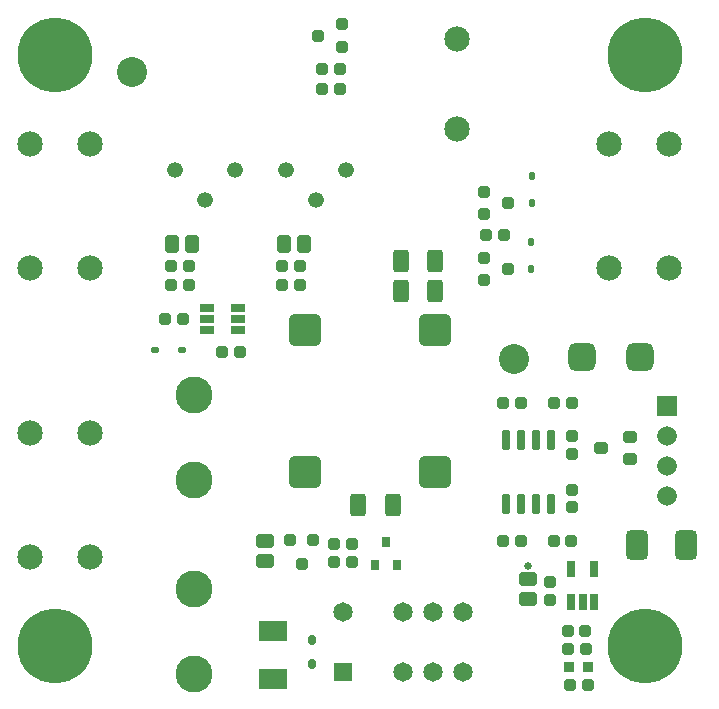
<source format=gts>
G04*
G04 #@! TF.GenerationSoftware,Altium Limited,Altium Designer,20.1.11 (218)*
G04*
G04 Layer_Color=8388736*
%FSLAX24Y24*%
%MOIN*%
G70*
G04*
G04 #@! TF.SameCoordinates,DAAE5E8E-C930-4FEA-A671-465C74EFB4C4*
G04*
G04*
G04 #@! TF.FilePolarity,Negative*
G04*
G01*
G75*
G04:AMPARAMS|DCode=40|XSize=24.8mil|YSize=23.2mil|CornerRadius=4.5mil|HoleSize=0mil|Usage=FLASHONLY|Rotation=180.000|XOffset=0mil|YOffset=0mil|HoleType=Round|Shape=RoundedRectangle|*
%AMROUNDEDRECTD40*
21,1,0.0248,0.0142,0,0,180.0*
21,1,0.0157,0.0232,0,0,180.0*
1,1,0.0091,-0.0079,0.0071*
1,1,0.0091,0.0079,0.0071*
1,1,0.0091,0.0079,-0.0071*
1,1,0.0091,-0.0079,-0.0071*
%
%ADD40ROUNDEDRECTD40*%
G04:AMPARAMS|DCode=41|XSize=24.8mil|YSize=23.2mil|CornerRadius=4.5mil|HoleSize=0mil|Usage=FLASHONLY|Rotation=90.000|XOffset=0mil|YOffset=0mil|HoleType=Round|Shape=RoundedRectangle|*
%AMROUNDEDRECTD41*
21,1,0.0248,0.0142,0,0,90.0*
21,1,0.0157,0.0232,0,0,90.0*
1,1,0.0091,0.0071,0.0079*
1,1,0.0091,0.0071,-0.0079*
1,1,0.0091,-0.0071,-0.0079*
1,1,0.0091,-0.0071,0.0079*
%
%ADD41ROUNDEDRECTD41*%
G04:AMPARAMS|DCode=42|XSize=29.1mil|YSize=66.5mil|CornerRadius=5.1mil|HoleSize=0mil|Usage=FLASHONLY|Rotation=0.000|XOffset=0mil|YOffset=0mil|HoleType=Round|Shape=RoundedRectangle|*
%AMROUNDEDRECTD42*
21,1,0.0291,0.0563,0,0,0.0*
21,1,0.0189,0.0665,0,0,0.0*
1,1,0.0102,0.0094,-0.0282*
1,1,0.0102,-0.0094,-0.0282*
1,1,0.0102,-0.0094,0.0282*
1,1,0.0102,0.0094,0.0282*
%
%ADD42ROUNDEDRECTD42*%
G04:AMPARAMS|DCode=43|XSize=100mil|YSize=72.8mil|CornerRadius=16.2mil|HoleSize=0mil|Usage=FLASHONLY|Rotation=90.000|XOffset=0mil|YOffset=0mil|HoleType=Round|Shape=RoundedRectangle|*
%AMROUNDEDRECTD43*
21,1,0.1000,0.0404,0,0,90.0*
21,1,0.0676,0.0728,0,0,90.0*
1,1,0.0324,0.0202,0.0338*
1,1,0.0324,0.0202,-0.0338*
1,1,0.0324,-0.0202,-0.0338*
1,1,0.0324,-0.0202,0.0338*
%
%ADD43ROUNDEDRECTD43*%
%ADD44R,0.0370X0.0370*%
G04:AMPARAMS|DCode=45|XSize=38.9mil|YSize=37.9mil|CornerRadius=7.9mil|HoleSize=0mil|Usage=FLASHONLY|Rotation=0.000|XOffset=0mil|YOffset=0mil|HoleType=Round|Shape=RoundedRectangle|*
%AMROUNDEDRECTD45*
21,1,0.0389,0.0221,0,0,0.0*
21,1,0.0231,0.0379,0,0,0.0*
1,1,0.0158,0.0116,-0.0111*
1,1,0.0158,-0.0116,-0.0111*
1,1,0.0158,-0.0116,0.0111*
1,1,0.0158,0.0116,0.0111*
%
%ADD45ROUNDEDRECTD45*%
G04:AMPARAMS|DCode=46|XSize=37mil|YSize=40.9mil|CornerRadius=5.9mil|HoleSize=0mil|Usage=FLASHONLY|Rotation=270.000|XOffset=0mil|YOffset=0mil|HoleType=Round|Shape=RoundedRectangle|*
%AMROUNDEDRECTD46*
21,1,0.0370,0.0291,0,0,270.0*
21,1,0.0252,0.0409,0,0,270.0*
1,1,0.0118,-0.0146,-0.0126*
1,1,0.0118,-0.0146,0.0126*
1,1,0.0118,0.0146,0.0126*
1,1,0.0118,0.0146,-0.0126*
%
%ADD46ROUNDEDRECTD46*%
G04:AMPARAMS|DCode=47|XSize=38.9mil|YSize=37.9mil|CornerRadius=7.9mil|HoleSize=0mil|Usage=FLASHONLY|Rotation=270.000|XOffset=0mil|YOffset=0mil|HoleType=Round|Shape=RoundedRectangle|*
%AMROUNDEDRECTD47*
21,1,0.0389,0.0221,0,0,270.0*
21,1,0.0231,0.0379,0,0,270.0*
1,1,0.0158,-0.0111,-0.0116*
1,1,0.0158,-0.0111,0.0116*
1,1,0.0158,0.0111,0.0116*
1,1,0.0158,0.0111,-0.0116*
%
%ADD47ROUNDEDRECTD47*%
G04:AMPARAMS|DCode=48|XSize=23.6mil|YSize=35.4mil|CornerRadius=6.9mil|HoleSize=0mil|Usage=FLASHONLY|Rotation=0.000|XOffset=0mil|YOffset=0mil|HoleType=Round|Shape=RoundedRectangle|*
%AMROUNDEDRECTD48*
21,1,0.0236,0.0217,0,0,0.0*
21,1,0.0098,0.0354,0,0,0.0*
1,1,0.0138,0.0049,-0.0108*
1,1,0.0138,-0.0049,-0.0108*
1,1,0.0138,-0.0049,0.0108*
1,1,0.0138,0.0049,0.0108*
%
%ADD48ROUNDEDRECTD48*%
G04:AMPARAMS|DCode=49|XSize=58.9mil|YSize=46.9mil|CornerRadius=9.9mil|HoleSize=0mil|Usage=FLASHONLY|Rotation=0.000|XOffset=0mil|YOffset=0mil|HoleType=Round|Shape=RoundedRectangle|*
%AMROUNDEDRECTD49*
21,1,0.0589,0.0271,0,0,0.0*
21,1,0.0391,0.0469,0,0,0.0*
1,1,0.0198,0.0195,-0.0135*
1,1,0.0198,-0.0195,-0.0135*
1,1,0.0198,-0.0195,0.0135*
1,1,0.0198,0.0195,0.0135*
%
%ADD49ROUNDEDRECTD49*%
%ADD50R,0.0488X0.0291*%
%ADD51R,0.0291X0.0575*%
G04:AMPARAMS|DCode=52|XSize=37mil|YSize=44.9mil|CornerRadius=5.9mil|HoleSize=0mil|Usage=FLASHONLY|Rotation=270.000|XOffset=0mil|YOffset=0mil|HoleType=Round|Shape=RoundedRectangle|*
%AMROUNDEDRECTD52*
21,1,0.0370,0.0331,0,0,270.0*
21,1,0.0252,0.0449,0,0,270.0*
1,1,0.0118,-0.0165,-0.0126*
1,1,0.0118,-0.0165,0.0126*
1,1,0.0118,0.0165,0.0126*
1,1,0.0118,0.0165,-0.0126*
%
%ADD52ROUNDEDRECTD52*%
G04:AMPARAMS|DCode=53|XSize=58.9mil|YSize=46.9mil|CornerRadius=9.9mil|HoleSize=0mil|Usage=FLASHONLY|Rotation=270.000|XOffset=0mil|YOffset=0mil|HoleType=Round|Shape=RoundedRectangle|*
%AMROUNDEDRECTD53*
21,1,0.0589,0.0271,0,0,270.0*
21,1,0.0391,0.0469,0,0,270.0*
1,1,0.0198,-0.0135,-0.0195*
1,1,0.0198,-0.0135,0.0195*
1,1,0.0198,0.0135,0.0195*
1,1,0.0198,0.0135,-0.0195*
%
%ADD53ROUNDEDRECTD53*%
G04:AMPARAMS|DCode=54|XSize=103.9mil|YSize=103.9mil|CornerRadius=12.6mil|HoleSize=0mil|Usage=FLASHONLY|Rotation=270.000|XOffset=0mil|YOffset=0mil|HoleType=Round|Shape=RoundedRectangle|*
%AMROUNDEDRECTD54*
21,1,0.1039,0.0787,0,0,270.0*
21,1,0.0787,0.1039,0,0,270.0*
1,1,0.0252,-0.0394,-0.0394*
1,1,0.0252,-0.0394,0.0394*
1,1,0.0252,0.0394,0.0394*
1,1,0.0252,0.0394,-0.0394*
%
%ADD54ROUNDEDRECTD54*%
G04:AMPARAMS|DCode=55|XSize=74.9mil|YSize=50.9mil|CornerRadius=10mil|HoleSize=0mil|Usage=FLASHONLY|Rotation=90.000|XOffset=0mil|YOffset=0mil|HoleType=Round|Shape=RoundedRectangle|*
%AMROUNDEDRECTD55*
21,1,0.0749,0.0310,0,0,90.0*
21,1,0.0550,0.0509,0,0,90.0*
1,1,0.0199,0.0155,0.0275*
1,1,0.0199,0.0155,-0.0275*
1,1,0.0199,-0.0155,-0.0275*
1,1,0.0199,-0.0155,0.0275*
%
%ADD55ROUNDEDRECTD55*%
G04:AMPARAMS|DCode=56|XSize=94.5mil|YSize=90.6mil|CornerRadius=24mil|HoleSize=0mil|Usage=FLASHONLY|Rotation=270.000|XOffset=0mil|YOffset=0mil|HoleType=Round|Shape=RoundedRectangle|*
%AMROUNDEDRECTD56*
21,1,0.0945,0.0425,0,0,270.0*
21,1,0.0465,0.0906,0,0,270.0*
1,1,0.0480,-0.0213,-0.0232*
1,1,0.0480,-0.0213,0.0232*
1,1,0.0480,0.0213,0.0232*
1,1,0.0480,0.0213,-0.0232*
%
%ADD56ROUNDEDRECTD56*%
%ADD57R,0.0275X0.0340*%
G04:AMPARAMS|DCode=58|XSize=37mil|YSize=40.9mil|CornerRadius=5.9mil|HoleSize=0mil|Usage=FLASHONLY|Rotation=0.000|XOffset=0mil|YOffset=0mil|HoleType=Round|Shape=RoundedRectangle|*
%AMROUNDEDRECTD58*
21,1,0.0370,0.0291,0,0,0.0*
21,1,0.0252,0.0409,0,0,0.0*
1,1,0.0118,0.0126,-0.0146*
1,1,0.0118,-0.0126,-0.0146*
1,1,0.0118,-0.0126,0.0146*
1,1,0.0118,0.0126,0.0146*
%
%ADD58ROUNDEDRECTD58*%
%ADD59R,0.0921X0.0685*%
%ADD60C,0.2496*%
%ADD61C,0.0843*%
%ADD62C,0.0528*%
%ADD63C,0.1000*%
%ADD64C,0.0646*%
%ADD65R,0.0646X0.0646*%
%ADD66R,0.0655X0.0655*%
%ADD67C,0.0655*%
%ADD68C,0.1236*%
%ADD69C,0.0252*%
D40*
X5333Y11825D02*
D03*
X6230D02*
D03*
D41*
X17870Y17629D02*
D03*
Y16731D02*
D03*
X17858Y15420D02*
D03*
Y14522D02*
D03*
D42*
X18523Y6711D02*
D03*
X18023D02*
D03*
X17523D02*
D03*
X17023D02*
D03*
X18523Y8837D02*
D03*
X18023D02*
D03*
X17523D02*
D03*
X17023D02*
D03*
D43*
X23007Y5331D02*
D03*
X21393D02*
D03*
D44*
X19109Y1272D02*
D03*
X19759D02*
D03*
D45*
X19148Y673D02*
D03*
X19738D02*
D03*
X11481Y20529D02*
D03*
X10891D02*
D03*
X10895Y21194D02*
D03*
X11485D02*
D03*
X19195Y5481D02*
D03*
X18605D02*
D03*
X16932Y5481D02*
D03*
X17522D02*
D03*
X16932Y10081D02*
D03*
X17522D02*
D03*
X19209D02*
D03*
X18619D02*
D03*
X19073Y2483D02*
D03*
X19663D02*
D03*
X19673Y1863D02*
D03*
X19083D02*
D03*
X7549Y11772D02*
D03*
X8139D02*
D03*
X5665Y12880D02*
D03*
X6255D02*
D03*
X9563Y14007D02*
D03*
X10153D02*
D03*
Y14625D02*
D03*
X9563D02*
D03*
X6444Y14007D02*
D03*
X5854D02*
D03*
Y14625D02*
D03*
X6444D02*
D03*
X16940Y15653D02*
D03*
X16350D02*
D03*
D46*
X10754Y22314D02*
D03*
X11542Y22688D02*
D03*
Y21940D02*
D03*
X17080Y16726D02*
D03*
X16293Y16352D02*
D03*
Y17100D02*
D03*
X17080Y14527D02*
D03*
X16293Y14153D02*
D03*
Y14901D02*
D03*
D47*
X19209Y7181D02*
D03*
Y6591D02*
D03*
X19209Y8378D02*
D03*
Y8968D02*
D03*
X11268Y4763D02*
D03*
Y5353D02*
D03*
X18475Y4104D02*
D03*
Y3514D02*
D03*
X11894Y5353D02*
D03*
Y4763D02*
D03*
D48*
X10539Y2162D02*
D03*
Y1375D02*
D03*
D49*
X8980Y5478D02*
D03*
Y4808D02*
D03*
X17764Y3529D02*
D03*
Y4199D02*
D03*
D50*
X8098Y12502D02*
D03*
Y12876D02*
D03*
Y13250D02*
D03*
X7035D02*
D03*
Y12876D02*
D03*
Y12502D02*
D03*
D51*
X19196Y3444D02*
D03*
X19570D02*
D03*
X19944D02*
D03*
Y4527D02*
D03*
X19196D02*
D03*
D52*
X21144Y8197D02*
D03*
Y8945D02*
D03*
X20199Y8571D02*
D03*
D53*
X9605Y15370D02*
D03*
X10275D02*
D03*
X5895D02*
D03*
X6565D02*
D03*
D54*
X14655Y7777D02*
D03*
X10324D02*
D03*
X14655Y12501D02*
D03*
X10324D02*
D03*
D55*
X13240Y6660D02*
D03*
X12100D02*
D03*
X14646Y14794D02*
D03*
X13506D02*
D03*
X14646Y13795D02*
D03*
X13506D02*
D03*
D56*
X19549Y11604D02*
D03*
X21478D02*
D03*
D57*
X12636Y4672D02*
D03*
X13384D02*
D03*
X13010Y5447D02*
D03*
D58*
X10576Y5494D02*
D03*
X9828D02*
D03*
X10202Y4707D02*
D03*
D59*
X9252Y866D02*
D03*
Y2466D02*
D03*
D60*
X1969Y21654D02*
D03*
X21654D02*
D03*
Y1969D02*
D03*
X1969D02*
D03*
D61*
X22457Y14567D02*
D03*
X20457D02*
D03*
X1165Y4921D02*
D03*
X3165D02*
D03*
Y14567D02*
D03*
X1165D02*
D03*
X15399Y22208D02*
D03*
Y19216D02*
D03*
X1165Y18701D02*
D03*
X3165D02*
D03*
X1165Y9055D02*
D03*
X3165D02*
D03*
X22457Y18701D02*
D03*
X20457D02*
D03*
D62*
X9677Y17823D02*
D03*
X11677D02*
D03*
X10677Y16823D02*
D03*
X5967Y17823D02*
D03*
X7967D02*
D03*
X6967Y16823D02*
D03*
D63*
X17283Y11526D02*
D03*
X4559Y21117D02*
D03*
D64*
X11594Y3086D02*
D03*
X13594D02*
D03*
X14594D02*
D03*
X15594D02*
D03*
Y1086D02*
D03*
X14594D02*
D03*
X13594D02*
D03*
D65*
X11594D02*
D03*
D66*
X22400Y9970D02*
D03*
D67*
Y8970D02*
D03*
Y7970D02*
D03*
Y6974D02*
D03*
D68*
X6630Y10320D02*
D03*
Y7486D02*
D03*
Y3883D02*
D03*
Y1048D02*
D03*
D69*
X17764Y4649D02*
D03*
M02*

</source>
